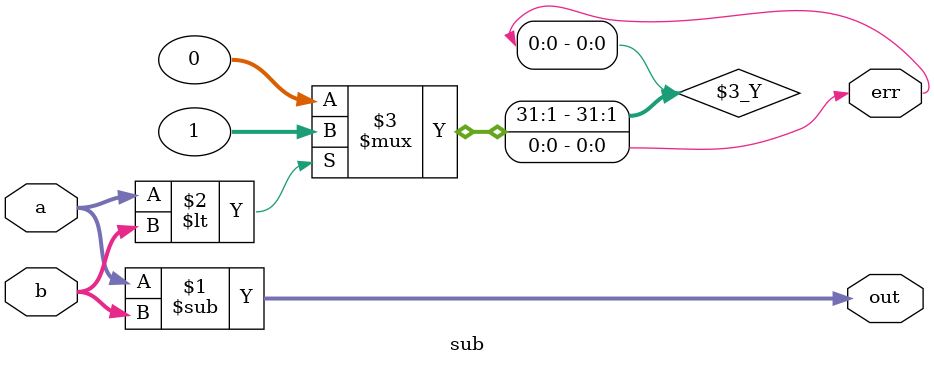
<source format=v>
`timescale 1ns / 1ps
module sub #(parameter N=8)(
    input [N-1:0] a,
    input [N-1:0] b,
    output err,
    output [2*N-1:0] out
    );

assign out = a - b;
assign err = a < b ? 1 : 0;

endmodule

</source>
